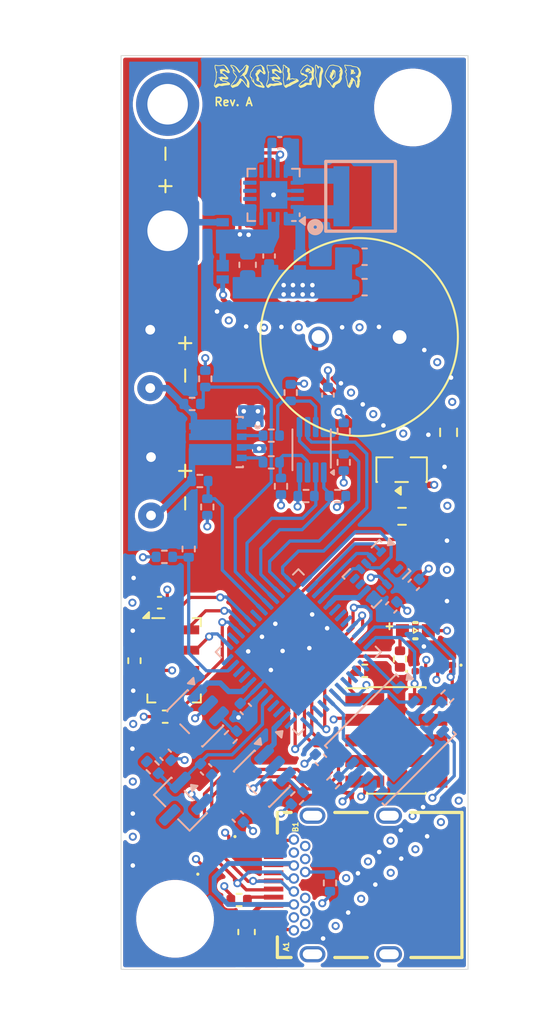
<source format=kicad_pcb>
(kicad_pcb
	(version 20241229)
	(generator "pcbnew")
	(generator_version "9.0")
	(general
		(thickness 1.5422)
		(legacy_teardrops no)
	)
	(paper "A5")
	(title_block
		(title "Excelsior Flight Computer")
		(date "2025-12-07")
		(rev "A")
		(company "Maev Avionics")
	)
	(layers
		(0 "F.Cu" signal)
		(4 "In1.Cu" signal)
		(6 "In2.Cu" signal)
		(2 "B.Cu" signal)
		(9 "F.Adhes" user "F.Adhesive")
		(11 "B.Adhes" user "B.Adhesive")
		(13 "F.Paste" user)
		(15 "B.Paste" user)
		(5 "F.SilkS" user "F.Silkscreen")
		(7 "B.SilkS" user "B.Silkscreen")
		(1 "F.Mask" user)
		(3 "B.Mask" user)
		(17 "Dwgs.User" user "User.Drawings")
		(19 "Cmts.User" user "User.Comments")
		(21 "Eco1.User" user "User.Eco1")
		(23 "Eco2.User" user "User.Eco2")
		(25 "Edge.Cuts" user)
		(27 "Margin" user)
		(31 "F.CrtYd" user "F.Courtyard")
		(29 "B.CrtYd" user "B.Courtyard")
		(35 "F.Fab" user)
		(33 "B.Fab" user)
		(39 "User.1" user)
		(41 "User.2" user)
		(43 "User.3" user)
		(45 "User.4" user)
	)
	(setup
		(stackup
			(layer "F.SilkS"
				(type "Top Silk Screen")
				(color "White")
				(material "Liquid Photo")
			)
			(layer "F.Paste"
				(type "Top Solder Paste")
			)
			(layer "F.Mask"
				(type "Top Solder Mask")
				(color "Purple")
				(thickness 0.0152)
				(material "Liquid Ink")
				(epsilon_r 3.3)
				(loss_tangent 0)
			)
			(layer "F.Cu"
				(type "copper")
				(thickness 0.0432)
			)
			(layer "dielectric 1"
				(type "prepreg")
				(color "FR4 natural")
				(thickness 0.1999)
				(material "FR408-HR")
				(epsilon_r 3.69)
				(loss_tangent 0.0091)
			)
			(layer "In1.Cu"
				(type "copper")
				(thickness 0.0175)
			)
			(layer "dielectric 2"
				(type "core")
				(color "FR4 natural")
				(thickness 0.9906)
				(material "FR408-HR")
				(epsilon_r 3.69)
				(loss_tangent 0.0091)
			)
			(layer "In2.Cu"
				(type "copper")
				(thickness 0.0175)
			)
			(layer "dielectric 3"
				(type "prepreg")
				(color "FR4 natural")
				(thickness 0.1999)
				(material "FR408-HR")
				(epsilon_r 3.69)
				(loss_tangent 0.0091)
			)
			(layer "B.Cu"
				(type "copper")
				(thickness 0.0432)
			)
			(layer "B.Mask"
				(type "Bottom Solder Mask")
				(color "Purple")
				(thickness 0.0152)
				(material "Liquid Ink")
				(epsilon_r 3.3)
				(loss_tangent 0)
			)
			(layer "B.Paste"
				(type "Bottom Solder Paste")
			)
			(layer "B.SilkS"
				(type "Bottom Silk Screen")
				(color "White")
				(material "Liquid Photo")
			)
			(copper_finish "None")
			(dielectric_constraints no)
		)
		(pad_to_mask_clearance 0.0508)
		(allow_soldermask_bridges_in_footprints no)
		(tenting front back)
		(pcbplotparams
			(layerselection 0x00000000_00000000_55555555_5755f5ff)
			(plot_on_all_layers_selection 0x00000000_00000000_00000000_00000000)
			(disableapertmacros no)
			(usegerberextensions no)
			(usegerberattributes yes)
			(usegerberadvancedattributes yes)
			(creategerberjobfile yes)
			(dashed_line_dash_ratio 12.000000)
			(dashed_line_gap_ratio 3.000000)
			(svgprecision 4)
			(plotframeref no)
			(mode 1)
			(useauxorigin no)
			(hpglpennumber 1)
			(hpglpenspeed 20)
			(hpglpendiameter 15.000000)
			(pdf_front_fp_property_popups yes)
			(pdf_back_fp_property_popups yes)
			(pdf_metadata yes)
			(pdf_single_document no)
			(dxfpolygonmode yes)
			(dxfimperialunits yes)
			(dxfusepcbnewfont yes)
			(psnegative no)
			(psa4output no)
			(plot_black_and_white yes)
			(sketchpadsonfab no)
			(plotpadnumbers no)
			(hidednponfab no)
			(sketchdnponfab yes)
			(crossoutdnponfab yes)
			(subtractmaskfromsilk no)
			(outputformat 1)
			(mirror no)
			(drillshape 1)
			(scaleselection 1)
			(outputdirectory "")
		)
	)
	(net 0 "")
	(net 1 "/VSW")
	(net 2 "/BST")
	(net 3 "+3.3V")
	(net 4 "GND")
	(net 5 "/VREG_VCC")
	(net 6 "+3V3")
	(net 7 "/VREF")
	(net 8 "VBUS")
	(net 9 "+BATT")
	(net 10 "/SWD")
	(net 11 "/SWCLK")
	(net 12 "/USB_DP")
	(net 13 "/USB_DN")
	(net 14 "Net-(D5-Pad2)")
	(net 15 "unconnected-(J1-NC{slash}TDI-Pad8)")
	(net 16 "unconnected-(J1-KEY-Pad7)")
	(net 17 "unconnected-(J1-SWO{slash}TDO-Pad6)")
	(net 18 "unconnected-(J1-~{RESET}-Pad10)")
	(net 19 "Net-(J1-VTref)")
	(net 20 "Net-(J2-PadS1)")
	(net 21 "unconnected-(J2-SBU1-PadA8)")
	(net 22 "unconnected-(J2-SSRXP2-PadA11)")
	(net 23 "unconnected-(J2-SSTXN2-PadB3)")
	(net 24 "unconnected-(J2-SBU2-PadB8)")
	(net 25 "Net-(J2-CC)")
	(net 26 "unconnected-(J2-SSRXN1-PadB10)")
	(net 27 "unconnected-(J2-SSTXP2-PadB2)")
	(net 28 "unconnected-(J2-SSRXN2-PadA10)")
	(net 29 "unconnected-(J2-SSTXN1-PadA3)")
	(net 30 "Net-(J2-VCONN)")
	(net 31 "unconnected-(J2-SSTXP1-PadA2)")
	(net 32 "unconnected-(J2-SSRXP1-PadB11)")
	(net 33 "/MAIN_FET")
	(net 34 "/DROGUE_FET")
	(net 35 "Net-(Q2-C)")
	(net 36 "Net-(Q2-B)")
	(net 37 "Net-(Q3-Pad2)")
	(net 38 "Net-(Q3-Pad4)")
	(net 39 "/DROGUE_ARM")
	(net 40 "/MAIN_ARM")
	(net 41 "Net-(X1-SPEED)")
	(net 42 "Net-(X2-SPEED)")
	(net 43 "/MAIN_FIRE")
	(net 44 "Net-(U5-PS)")
	(net 45 "/SPI1_NSS")
	(net 46 "/DROGUE_FIRE")
	(net 47 "/DROGUE_GATE")
	(net 48 "/DROGUE_SENSE")
	(net 49 "/MAIN_SENSE")
	(net 50 "/VBAT_SENSE")
	(net 51 "/MAIN_GATE")
	(net 52 "Net-(U7-WP)")
	(net 53 "Net-(U7-HOLD{slash}RESET)")
	(net 54 "/BEEEEEP")
	(net 55 "/BLIIIIIIIINK")
	(net 56 "unconnected-(U1-PD0-Pad38)")
	(net 57 "/SPI2_MOSI")
	(net 58 "unconnected-(U1-PB7-Pad46)")
	(net 59 "/SPI2_MISO")
	(net 60 "unconnected-(U1-PD2-Pad40)")
	(net 61 "unconnected-(U1-PB6-Pad45)")
	(net 62 "/SPI2_SCLK")
	(net 63 "unconnected-(U1-PC7-Pad31)")
	(net 64 "/SPI1_MISO")
	(net 65 "/SPI3_MOSI")
	(net 66 "unconnected-(U1-VBAT-Pad4)")
	(net 67 "/SPI1_MOSI")
	(net 68 "unconnected-(U1-PA3-Pad14)")
	(net 69 "/SPI2_NSS")
	(net 70 "/OSC_32KHZ")
	(net 71 "/SPI3_MISO")
	(net 72 "unconnected-(U1-PA7-Pad18)")
	(net 73 "unconnected-(U1-PA10-Pad32)")
	(net 74 "/MCU_CLKOUT")
	(net 75 "unconnected-(U1-PC13-Pad1)")
	(net 76 "/SPI3_NSS")
	(net 77 "unconnected-(U1-PD1-Pad39)")
	(net 78 "unconnected-(U1-PF2-NRST-Pad10)")
	(net 79 "unconnected-(U1-PC15-OSC32_OUT-Pad3)")
	(net 80 "unconnected-(U1-PD3-Pad41)")
	(net 81 "unconnected-(U1-PA1-Pad12)")
	(net 82 "unconnected-(U1-PC6-Pad30)")
	(net 83 "/SPI3_SCLK")
	(net 84 "unconnected-(U1-PF1-OSC_OUT-Pad9)")
	(net 85 "/OSC_4MHZ")
	(net 86 "/SPI1_SCLK")
	(net 87 "<NO NET>")
	(net 88 "unconnected-(U6-RESV-Pad10)")
	(net 89 "unconnected-(U6-RESV-Pad11)")
	(net 90 "/IMU_INT")
	(net 91 "unconnected-(U6-RESV-Pad7)")
	(net 92 "unconnected-(U8-EN{slash}SYNC-Pad9)")
	(net 93 "unconnected-(U8-NC-Pad7)")
	(net 94 "unconnected-(U8-NC-Pad6)")
	(net 95 "unconnected-(U8-PG-Pad8)")
	(footprint "Diode_SMD:D_0201_0603Metric" (layer "F.Cu") (at 107.323726 96.651274 45))
	(footprint "Connector_PinHeader_1.27mm:PinHeader_2x05_P1.27mm_Vertical_SMD" (layer "F.Cu") (at 118.975 89.015))
	(footprint "MountingHole:MountingHole_3.2mm_M3_ISO14580" (layer "F.Cu") (at 120 50))
	(footprint "Connector_Wire:SolderWire-2sqmm_1x02_P7.8mm_D2mm_OD3.9mm" (layer "F.Cu") (at 104.85 57.6 90))
	(footprint "Capacitor_SMD:C_0603_1608Metric" (layer "F.Cu") (at 109.725 100.825 -90))
	(footprint "excelsior:excelsior" (layer "F.Cu") (at 112.25 48.075))
	(footprint "Resistor_SMD:R_0603_1608Metric" (layer "F.Cu") (at 119.325 75.2 180))
	(footprint "Connector_Wire:SolderWire-0.1sqmm_1x02_P3.6mm_D0.4mm_OD1mm" (layer "F.Cu") (at 103.825 71.55 -90))
	(footprint "MountingHole:MountingHole_3.2mm_M3_ISO14580" (layer "F.Cu") (at 105.31 100.01))
	(footprint "Package_LGA:LGA-8_3x5mm_P1.25mm" (layer "F.Cu") (at 105.25 84.075))
	(footprint "Diode_SMD:D_0201_0603Metric" (layer "F.Cu") (at 120.4675 84.75))
	(footprint "Resistor_SMD:R_0603_1608Metric" (layer "F.Cu") (at 122.2 70.025 90))
	(footprint "excelsior:XDCR_PS1240P02BT" (layer "F.Cu") (at 116.675 64.15 180))
	(footprint "Diode_SMD:D_0201_0603Metric" (layer "F.Cu") (at 108.4 95.55 -135))
	(footprint "Resistor_SMD:R_0402_1005Metric" (layer "F.Cu") (at 104.7 87.55 180))
	(footprint "Resistor_SMD:R_0402_1005Metric" (layer "F.Cu") (at 102.8 84.1 -90))
	(footprint "Resistor_SMD:R_0402_1005Metric" (layer "F.Cu") (at 109.265 98.85))
	(footprint "excelsior:WL-SMCW_0603" (layer "F.Cu") (at 120.15 82.25 180))
	(footprint "Diode_SMD:D_0201_0603Metric" (layer "F.Cu") (at 122.1075 84.375 180))
	(footprint "Resistor_SMD:R_0402_1005Metric" (layer "F.Cu") (at 117.025 84.725 180))
	(footprint "Capacitor_SMD:C_0402_1005Metric" (layer "F.Cu") (at 104.35 80.525))
	(footprint "Package_TO_SOT_SMD:SOT-23" (layer "F.Cu") (at 119.3 72.325 90))
	(footprint "excelsior:632723300011"
		(layer "F.Cu")
		(uuid "f61238a4-5188-4b2a-a191-74fa6d51cbb9")
		(at 117.325 97.925 90)
		(property "Reference" "J2"
			(at 8.34 -6.058 90)
			(layer "F.SilkS")
			(hide yes)
			(uuid "8ffe7764-7fa5-4537-adc6-1e4385f573ae")
			(effects
				(font
					(size 0.8 0.8)
					(thickness 0.15)
				)
			)
		)
		(property "Value" "632723300011"
			(at 11.996 -4.158 90)
			(layer "F.Fab")
			(uuid "7593264c-7455-4dfe-951f-606635e9ede5")
			(effects
				(font
					(size 0.8 0.8)
					(thickness 0.15)
				)
			)
		)
		(property "Datasheet" "https://www.we-online.com/components/products/datasheet/632723300011.pdf"
			(at 0 0 90)
			(layer "F.Fab")
			(hide yes)
			(uuid "d098fae3-29dd-470e-9258-ef29e627fa5d")
			(effects
				(font
					(size 1.27 1.27)
					(thickness 0.15)
				)
			)
		)
		(property "Description" ""
			(at 0 0 90)
			(layer "F.Fab")
			(hide yes)
			(uuid "a6d85ca1-7adf-430a-99cf-4887c17afa84")
			(effects
				(font
					(size 1.27 1.27)
					(thickness 0.15)
				)
			)
		)
		(property "DigiKey Part Number" "732-9618-1-ND"
			(at 0 0 90)
			(unlocked yes)
			(layer "F.Fab")
			(hide yes)
			(uuid "d3d41ec4-2745-4ff7-b0a1-371a9ba16739")
			(effects
				(font
					(size 1 1)
					(thickness 0.15)
				)
			)
		)
		(path "/84f62834-c9f9-4534-b37a-a2b45e56ef20")
		(sheetname "/")
		(sheetfile "excelsior.kicad_sch")
		(solder_mask_margin 0)
		(clearance 0.127)
		(attr through_hole)
		(fp_poly
			(pts
				(xy 3.67 -3.23) (xy 3.67 -3.83) (xy 3.673 -3.893) (xy 3.683 -3.955) (xy 3.699 -4.015) (xy 3.722 -4.074)
				(xy 3.75 -4.13) (xy 3.785 -4.183) (xy 3.824 -4.231) (xy 3.869 -4.276) (xy 3.917 -4.315) (xy 3.97 -4.35)
				(xy 4.026 -4.378) (xy 4.085 -4.401) (xy 4.145 -4.417) (xy 4.207 -4.427) (xy 4.27 -4.43) (xy 4.333 -4.427)
				(xy 4.395 -4.417) (xy 4.455 -4.401) (xy 4.514 -4.378) (xy 4.57 -4.35) (xy 4.623 -4.315) (xy 4.671 -4.276)
				(xy 4.716 -4.231) (xy 4.755 -4.183) (xy 4.79 -4.13) (xy 4.818 -4.074) (xy 4.841 -4.015) (xy 4.857 -3.955)
				(xy 4.867 -3.893) (xy 4.87 -3.83) (xy 4.87 -3.23) (xy 4.867 -3.167) (xy 4.857 -3.105) (xy 4.841 -3.045)
				(xy 4.818 -2.986) (xy 4.79 -2.93) (xy 4.755 -2.877) (xy 4.716 -2.829) (xy 4.671 -2.784) (xy 4.623 -2.745)
				(xy 4.57 -2.71) (xy 4.514 -2.682) (xy 4.455 -2.659) (xy 4.395 -2.643) (xy 4.333 -2.633) (xy 4.27 -2.63)
				(xy 4.207 -2.633) (xy 4.145 -2.643) (xy 4.085 -2.659) (xy 4.026 -2.682) (xy 3.97 -2.71) (xy 3.917 -2.745)
				(xy 3.869 -2.784) (xy 3.824 -2.829) (xy 3.785 -2.877) (xy 3.75 -2.93) (xy 3.722 -2.986) (xy 3.699 -3.045)
				(xy 3.683 -3.105) (xy 3.673 -3.167) (xy 3.67 -3.23)
			)
			(stroke
				(width 0.01)
				(type solid)
			)
			(fill yes)
			(layer "F.Mask")
			(uuid "ea64d192-8247-4af5-bc85-0337828ff5fe")
		)
		(fp_poly
			(pts
				(xy -4.87 -3.23) (xy -4.87 -3.83) (xy -4.867 -3.893) (xy -4.857 -3.955) (xy -4.841 -4.015) (xy -4.818 -4.074)
				(xy -4.79 -4.13) (xy -4.755 -4.183) (xy -4.716 -4.231) (xy -4.671 -4.276) (xy -4.623 -4.315) (xy -4.57 -4.35)
				(xy -4.514 -4.378) (xy -4.455 -4.401) (xy -4.395 -4.417) (xy -4.333 -4.427) (xy -4.27 -4.43) (xy -4.207 -4.427)
				(xy -4.145 -4.417) (xy -4.085 -4.401) (xy -4.026 -4.378) (xy -3.97 -4.35) (xy -3.917 -4.315) (xy -3.869 -4.276)
				(xy -3.824 -4.231) (xy -3.785 -4.183) (xy -3.75 -4.13) (xy -3.722 -4.074) (xy -3.699 -4.015) (xy -3.683 -3.955)
				(xy -3.673 -3.893) (xy -3.67 -3.83) (xy -3.67 -3.23) (xy -3.673 -3.167) (xy -3.683 -3.105) (xy -3.699 -3.045)
				(xy -3.722 -2.986) (xy -3.75 -2.93) (xy -3.785 -2.877) (xy -3.824 -2.829) (xy -3.869 -2.784) (xy -3.917 -2.745)
				(xy -3.97 -2.71) (xy -4.026 -2.682) (xy -4.085 -2.659) (xy -4.145 -2.643) (xy -4.207 -2.633) (xy -4.27 -2.63)
				(xy -4.333 -2.633) (xy -4.395 -2.643) (xy -4.455 -2.659) (xy -4.514 -2.682) (xy -4.57 -2.71) (xy -4.623 -2.745)
				(xy -4.671 -2.784) (xy -4.716 -2.829) (xy -4.755 -2.877) (xy -4.79 -2.93) (xy -4.818 -2.986) (xy -4.841 -3.045)
				(xy -4.857 -3.105) (xy -4.867 -3.167) (xy -4.87 -3.23)
			)
			(stroke
				(width 0.01)
				(type solid)
			)
			(fill yes)
			(layer "F.Mask")
			(uuid "6c6ede4f-08f8-44d8-a7be-047a1c00f881")
		)
		(fp_poly
			(pts
				(xy 3.67 0.9) (xy 3.67 1.5) (xy 3.673 1.563) (xy 3.683 1.625) (xy 3.699 1.685) (xy 3.722 1.744)
				(xy 3.75 1.8) (xy 3.785 1.853) (xy 3.824 1.901) (xy 3.869 1.946) (xy 3.917 1.985) (xy 3.97 2.02)
				(xy 4.026 2.048) (xy 4.085 2.071) (xy 4.145 2.087) (xy 4.207 2.097) (xy 4.27 2.1) (xy 4.333 2.097)
				(xy 4.395 2.087) (xy 4.455 2.071) (xy 4.514 2.048) (xy 4.57 2.02) (xy 4.623 1.985) (xy 4.671 1.946)
				(xy 4.716 1.901) (xy 4.755 1.853) (xy 4.79 1.8) (xy 4.818 1.744) (xy 4.841 1.685) (xy 4.857 1.625)
				(xy 4.867 1.563) (xy 4.87 1.5) (xy 4.87 0.9) (xy 4.867 0.837) (xy 4.857 0.775) (xy 4.841 0.715)
				(xy 4.818 0.656) (xy 4.79 0.6) (xy 4.755 0.547) (xy 4.716 0.499) (xy 4.671 0.454) (xy 4.623 0.415)
				(xy 4.57 0.38) (xy 4.514 0.352) (xy 4.455 0.329) (xy 4.395 0.313) (xy 4.333 0.303) (xy 4.27 0.3)
				(xy 4.207 0.303) (xy 4.145 0.313) (xy 4.085 0.329) (xy 4.026 0.352) (xy 3.97 0.38) (xy 3.917 0.415)
				(xy 3.869 0.454) (xy 3.824 0.499) (xy 3.785 0.547) (xy 3.75 0.6) (xy 3.722 0.656) (xy 3.699 0.715)
				(xy 3.683 0.775) (xy 3.673 0.837) (xy 3.67 0.9)
			)
			(stroke
				(width 0.01)
				(type solid)
			)
			(fill yes)
			(layer "F.Mask")
			(uuid "f40f73d4-8616-49ec-9cc1-f5bd65cf098b")
		)
		(fp_poly
			(pts
				(xy -4.87 0.9) (xy -4.87 1.5) (xy -4.867 1.563) (xy -4.857 1.625) (xy -4.841 1.685) (xy -4.818 1.744)
				(xy -4.79 1.8) (xy -4.755 1.853) (xy -4.716 1.901) (xy -4.671 1.946) (xy -4.623 1.985) (xy -4.57 2.02)
				(xy -4.514 2.048) (xy -4.455 2.071) (xy -4.395 2.087) (xy -4.333 2.097) (xy -4.27 2.1) (xy -4.207 2.097)
				(xy -4.145 2.087) (xy -4.085 2.071) (xy -4.026 2.048) (xy -3.97 2.02) (xy -3.917 1.985) (xy -3.869 1.946)
				(xy -3.824 1.901) (xy -3.785 1.853) (xy -3.75 1.8) (xy -3.722 1.744) (xy -3.699 1.685) (xy -3.683 1.625)
				(xy -3.673 1.563) (xy -3.67 1.5) (xy -3.67 0.9) (xy -3.673 0.837) (xy -3.683 0.775) (xy -3.699 0.715)
				(xy -3.722 0.656) (xy -3.75 0.6) (xy -3.785 0.547) (xy -3.824 0.499) (xy -3.869 0.454) (xy -3.917 0.415)
				(xy -3.97 0.38) (xy -4.026 0.352) (xy -4.085 0.329) (xy -4.145 0.313) (xy -4.207 0.303) (xy -4.27 0.3)
				(xy -4.333 0.303) (xy -4.395 0.313) (xy -4.455 0.329) (xy -4.514 0.352) (xy -4.57 0.38) (xy -4.623 0.415)
				(xy -4.671 0.454) (xy -4.716 0.499) (xy -4.755 0.547) (xy -4.79 0.6) (xy -4.818 0.656) (xy -4.841 0.715)
				(xy -4.857 0.775) (xy -4.867 0.837) (xy -4.87 0.9)
			)
			(stroke
				(width 0.01)
				(type solid)
			)
			(fill yes)
			(layer "F.Mask")
			(uuid "a62d4a0a-77ef-4cd4-9894-1135b8064305")
		)
		(fp_poly
			(pts
				(xy 3.67 -3.23) (xy 3.67 -3.83) (xy 3.673 -3.893) (xy 3.683 -3.955) (xy 3.699 -4.015) (xy 3.722 -4.074)
				(xy 3.75 -4.13) (xy 3.785 -4.183) (xy 3.824 -4.231) (xy 3.869 -4.276) (xy 3.917 -4.315) (xy 3.97 -4.35)
				(xy 4.026 -4.378) (xy 4.085 -4.401) (xy 4.145 -4.417) (xy 4.207 -4.427) (xy 4.27 -4.43) (xy 4.333 -4.427)
				(xy 4.395 -4.417) (xy 4.455 -4.401) (xy 4.514 -4.378) (xy 4.57 -4.35) (xy 4.623 -4.315) (xy 4.671 -4.276)
				(xy 4.716 -4.231) (xy 4.755 -4.183) (xy 4.79 -4.13) (xy 4.818 -4.074) (xy 4.841 -4.015) (xy 4.857 -3.955)
				(xy 4.867 -3.893) (xy 4.87 -3.83) (xy 4.87 -3.23) (xy 4.867 -3.167) (xy 4.857 -3.105) (xy 4.841 -3.045)
				(xy 4.818 -2.986) (xy 4.79 -2.93) (xy 4.755 -2.877) (xy 4.716 -2.829) (xy 4.671 -2.784) (xy 4.623 -2.745)
				(xy 4.57 -2.71) (xy 4.514 -2.682) (xy 4.455 -2.659) (xy 4.395 -2.643) (xy 4.333 -2.633) (xy 4.27 -2.63)
				(xy 4.207 -2.633) (xy 4.145 -2.643) (xy 4.085 -2.659) (xy 4.026 -2.682) (xy 3.97 -2.71) (xy 3.917 -2.745)
				(xy 3.869 -2.784) (xy 3.824 -2.829) (xy 3.785 -2.877) (xy 3.75 -2.93) (xy 3.722 -2.986) (xy 3.699 -3.045)
				(xy 3.683 -3.105) (xy 3.673 -3.167) (xy 3.67 -3.23)
			)
			(stroke
				(width 0.01)
				(type solid)
			)
			(fill yes)
			(layer "B.Mask")
			(uuid "51086f5a-794b-478e-b57e-4869b4950959")
		)
		(fp_poly
			(pts
				(xy -4.87 -3.23) (xy -4.87 -3.83) (xy -4.867 -3.893) (xy -4.857 -3.955) (xy -4.841 -4.015) (xy -4.818 -4.074)
				(xy -4.79 -4.13) (xy -4.755 -4.183) (xy -4.716 -4.231) (xy -4.671 -4.276) (xy -4.623 -4.315) (xy -4.57 -4.35)
				(xy -4.514 -4.378) (xy -4.455 -4.401) (xy -4.395 -4.417) (xy -4.333 -4.427) (xy -4.27 -4.43) (xy -4.207 -4.427)
				(xy -4.145 -4.417) (xy -4.085 -4.401) (xy -4.026 -4.378) (xy -3.97 -4.35) (xy -3.917 -4.315) (xy -3.869 -4.276)
				(xy -3.824 -4.231) (xy -3.785 -4.183) (xy -3.75 -4.13) (xy -3.722 -4.074) (xy -3.699 -4.015) (xy -3.683 -3.955)
				(xy -3.673 -3.893) (xy -3.67 -3.83) (xy -3.67 -3.23) (xy -3.673 -3.167) (xy -3.683 -3.105) (xy -3.699 -3.045)
				(xy -3.722 -2.986) (xy -3.75 -2.93) (xy -3.785 -2.877) (xy -3.824 -2.829) (xy -3.869 -2.784) (xy -3.917 -2.745)
				(xy -3.97 -2.71) (xy -4.026 -2.682) (xy -4.085 -2.659) (xy -4.145 -2.643) (xy -4.207 -2.633) (xy -4.27 -2.63)
				(xy -4.333 -2.633) (xy -4.395 -2.643) (xy -4.455 -2.659) (xy -4.514 -2.682) (xy -4.57 -2.71) (xy -4.623 -2.745)
				(xy -4.671 -2.784) (xy -4.716 -2.829) (xy -4.755 -2.877) (xy -4.79 -2.93) (xy -4.818 -2.986) (xy -4.841 -3.045)
				(xy -4.857 -3.105) (xy -4.867 -3.167) (xy -4.87 -3.23)
			)
			(stroke
				(width 0.01)
				(type solid)
			)
			(fill yes)
			(layer "B.Mask")
			(uuid "16f7e081-4a33-49be-8307-991a7757095b")
		)
		(fp_poly
			(pts
				(xy 3.67 0.9) (xy 3.67 1.5) (xy 3.673 1.563) (xy 3.683 1.625) (xy 3.699 1.685) (xy 3.722 1.744)
				(xy 3.75 1.8) (xy 3.785 1.853) (xy 3.824 1.901) (xy 3.869 1.946) (xy 3.917 1.985) (xy 3.97 2.02)
				(xy 4.026 2.048) (xy 4.085 2.071) (xy 4.145 2.087) (xy 4.207 2.097) (xy 4.27 2.1) (xy 4.333 2.097)
				(xy 4.395 2.087) (xy 4.455 2.071) (xy 4.514 2.048) (xy 4.57 2.02) (xy 4.623 1.985) (xy 4.671 1.946)
				(xy 4.716 1.901) (xy 4.755 1.853) (xy 4.79 1.8) (xy 4.818 1.744) (xy 4.841 1.685) (xy 4.857 1.625)
				(xy 4.867 1.563) (xy 4.87 1.5) (xy 4.87 0.9) (xy 4.867 0.837) (xy 4.857 0.775) (xy 4.841 0.715)
				(xy 4.818 0.656) (xy 4.79 0.6) (xy 4.755 0.547) (xy 4.716 0.499) (xy 4.671 0.454) (xy 4.623 0.415)
				(xy 4.57 0.38) (xy 4.514 0.352) (xy 4.455 0.329) (xy 4.395 0.313) (xy 4.333 0.303) (xy 4.27 0.3)
				(xy 4.207 0.303) (xy 4.145 0.313) (xy 4.085 0.329) (xy 4.026 0.352) (xy 3.97 0.38) (xy 3.917 0.415)
				(xy 3.869 0.454) (xy 3.824 0.499) (xy 3.785 0.547) (xy 3.75 0.6) (xy 3.722 0.656) (xy 3.699 0.715)
				(xy 3.683 0.775) (xy 3.673 0.837) (xy 3.67 0.9)
			)
			(stroke
				(width 0.01)
				(type solid)
			)
			(fill yes)
			(layer "B.Mask")
			(uuid "9e0dacda-71a4-43a4-8cff-016b4d38e99d")
		)
		(fp_poly
			(pts
				(xy -4.87 0.9) (xy -4.87 1.5) (xy -4.867 1.563) (xy -4.857 1.625) (xy -4.841 1.685) (xy -4.818 1.744)
				(xy -4.79 1.8) (xy -4.755 1.853) (xy -4.716 1.901) (xy -4.671 1.946) (xy -4.623 1.985) (xy -4.57 2.02)
				(xy -4.514 2.048) (xy -4.455 2.071) (xy -4.395 2.087) (xy -4.333 2.097) (xy -4.27 2.1) (xy -4.207 2.097)
				(xy -4.145 2.087) (xy -4.085 2.071) (xy -4.026 2.048) (xy -3.97 2.02) (xy -3.917 1.985) (xy -3.869 1.946)
				(xy -3.824 1.901) (xy -3.785 1.853) (xy -3.75 1.8) (xy -3.722 1.744) (xy -3.699 1.685) (xy -3.683 1.625)
				(xy -3.673 1.563) (xy -3.67 1.5) (xy -3.67 0.9) (xy -3.673 0.837) (xy -3.683 0.775) (xy -3.699 0.715)
				(xy -3.722 0.656) (xy -3.75 0.6) (xy -3.785 0.547) (xy -3.824 0.499) (xy -3.869 0.454) (xy -3.917 0.415)
				(xy -3.97 0.38) (xy -4.026 0.352) (xy -4.085 0.329) (xy -4.145 0.313) (xy -4.207 0.303) (xy -4.27 0.3)
				(xy -4.333 0.303) (xy -4.395 0.313) (xy -4.455 0.329) (xy -4.514 0.352) (xy -4.57 0.38) (xy -4.623 0.415)
				(xy -4.671 0.454) (xy -4.716 0.499) (xy -4.755 0.547) (xy -4.79 0.6) (xy -4.818 0.656) (xy -4.841 0.715)
				(xy -4.857 0.775) (xy -4.867 0.837) (xy -4.87 0.9)
			)
			(stroke
				(width 0.01)
				(type solid)
			)
			(fill yes)
			(layer "B.Mask")
			(uuid "6bf64417-753f-4164-91d0-511b42e27cd6")
		)
		(fp_line
			(start 4.47 -5.7)
			(end 4.47 -4.85)
			(stroke
				(width 0.2)
				(type solid)
			)
			(layer "F.SilkS")
			(uuid "59eb52db-7fc8-42ed-81dc-50f79e59993e")
		)
		(fp_line
			(start 3.2 -5.7)
			(end 4.47 -5.7)
			(stroke
				(width 0.2)
				(type solid)
			)
			(layer "F.SilkS")
			(uuid "5a8c38ee-58a0-4bdf-9755-df8beb28dba4")
		)
		(fp_line
			(start -3.2 -5.7)
			(end -4.47 -5.7)
			(stroke
				(width 0.2)
				(type solid)
			)
			(layer "F.SilkS")
			(uuid "caaec695-4cd0-40ff-9553-097ddd9a5823")
		)
		(fp_line
			(start -4.47 -5.7)
			(end -4.47 -4.85)
			(stroke
				(width 0.2)
				(type solid)
			)
			(layer "F.SilkS")
			(uuid "5d1e55ec-56d9-454b-968c-b3f67e87e93b")
		)
		(fp_line
			(start -4.47 -2.15)
			(end -4.47 -0.15)
			(stroke
				(width 0.2)
				(type solid)
			)
			(layer "F.SilkS")
			(uuid "7439a086-5668-4d1c-925a-6403b179244d")
		)
		(fp_line
			(start 4.47 -0.15)
			(end 4.47 -2.15)
			(stroke
				(width 0.2)
				(type solid)
			)
			(layer "F.SilkS")
			(uuid "4f3ff345-d602-408c-a537-c8211879f185")
		)
		(fp_line
			(start -4.47 2.55)
			(end -4.47 5.7)
			(stroke
				(width 0.2)
				(type solid)
			)
			(layer "F.SilkS")
			(uuid "1949d53b-842a-4671-9c6f-c2bcda31e125")
		)
		(fp_line
			(start 4.47 5.7)
			(end 4.47 2.55)
			(stroke
				(width 0.2)
				(type solid)
			)
			(layer "F.SilkS")
			(uuid "3afd79ff-99e2-454f-b920-59b0d599d29d")
		)
		(fp_line
			(start -4.47 5.7)
			(end 4.47 5.7)
			(stroke
				(width 0.2)
				(type solid)
			)
			(layer "F.SilkS")
			(uuid "06b4e441-0197-48cd-bd37-e6b0a49edeff")
		)
		(fp_line
			(start 4.6 1.2)
			(end 4.8 1.4)
			(stroke
				(width 0.1)
				(type solid)
			)
			(layer "Dwgs.User")
			(uuid "6854854f-b51b-4cb3-ab39-a214fc393f0c")
		)
		(fp_line
			(start 5.6 1.4)
			(end 5.4 1.2)
			(stroke
				(width 0.1)
				(type solid)
			)
			(layer "Dwgs.User")
			(uuid "6cbdc22b-9199-4afe-b936-55a36dd7fa5e")
		)
		(fp_line
			(start 5.6 1.4)
			(end 5.4 1.6)
			(stroke
				(width 0.1)
				(type solid)
			)
			(layer "Dwgs.User")
			(uuid "be7dc144-000c-4f62-8102-e9f8cd6c3b29")
		)
		(fp_line
			(start 4.8 1.4)
			(end 5.6 1.4)
			(stroke
				(width 0.1)
				(type solid)
			)
			(layer "Dwgs.User")
			(uuid "117cf971-a6a0-4e17-b6e1-9f192aa42ba1")
		)
		(fp_line
			(start 0 4.05)
			(end 0 4.65)
			(stroke
				(width 0.1)
				(type solid)
			)
			(layer "Dwgs.User")
			(uuid "c2a05690-313d-4a81-9685-f27d6d840a4c")
		)
		(fp_line
			(start 0 4.65)
			(end 0.2 4.35)
			(stroke
				(width 0.1)
				(type solid)
			)
			(layer "Dwgs.User")
			(uuid "7b0f7ef7-8ca5-4d73-994f-23330be0ee7b")
		)
		(fp_line
			(start 0 4.65)
			(end -0.2 4.35)
			(stroke
				(width 0.1)
				(type solid)
			)
			(layer "Dwgs.User")
			(uuid "88c74aeb-4d6b-4d8f-92ba-f0356c2d271a")
		)
		(fp_poly
			(pts
				(xy 3.77 -3.23) (xy 3.77 -3.83) (xy 3.773 -3.882) (xy 3.781 -3.934) (xy 3.794 -3.985) (xy 3.813 -4.033)
				(xy 3.837 -4.08) (xy 3.865 -4.124) (xy 3.898 -4.165) (xy 3.935 -4.202) (xy 3.976 -4.235) (xy 4.02 -4.263)
				(xy 4.067 -4.287) (xy 4.115 -4.306) (xy 4.166 -4.319) (xy 4.218 -4.327) (xy 4.27 -4.33) (xy 4.322 -4.327)
				(xy 4.374 -4.319) (xy 4.425 -4.306) (xy 4.473 -4.287) (xy 4.52 -4.263) (xy 4.564 -4.235) (xy 4.605 -4.202)
				(xy 4.642 -4.165) (xy 4.675 -4.124) (xy 4.703 -4.08) (xy
... [804464 chars truncated]
</source>
